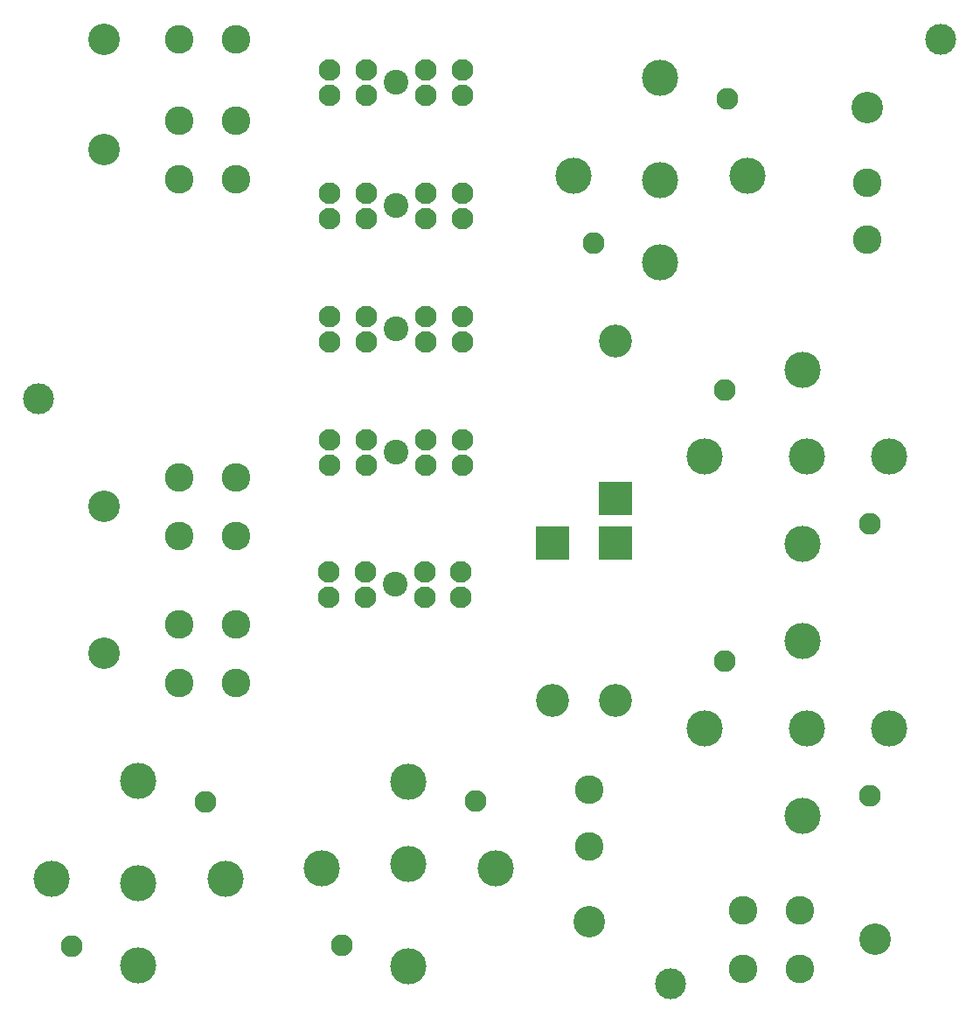
<source format=gts>
%TF.GenerationSoftware,KiCad,Pcbnew,(6.0.5-0)*%
%TF.CreationDate,2022-06-03T22:28:26+01:00*%
%TF.ProjectId,12v-front-pcb,3132762d-6672-46f6-9e74-2d7063622e6b,rev?*%
%TF.SameCoordinates,Original*%
%TF.FileFunction,Soldermask,Top*%
%TF.FilePolarity,Negative*%
%FSLAX46Y46*%
G04 Gerber Fmt 4.6, Leading zero omitted, Abs format (unit mm)*
G04 Created by KiCad (PCBNEW (6.0.5-0)) date 2022-06-03 22:28:26*
%MOMM*%
%LPD*%
G01*
G04 APERTURE LIST*
%ADD10C,3.050000*%
%ADD11C,2.775000*%
%ADD12C,2.110000*%
%ADD13C,3.510000*%
%ADD14C,2.400000*%
%ADD15C,2.100000*%
%ADD16R,3.200000X3.200000*%
%ADD17O,3.200000X3.200000*%
%ADD18C,3.000000*%
G04 APERTURE END LIST*
D10*
X207518000Y-181424000D03*
D11*
X207518000Y-168624000D03*
X207518000Y-174124000D03*
D10*
X160460000Y-155448000D03*
D11*
X173260000Y-152598000D03*
X173260000Y-158298000D03*
X167760000Y-152598000D03*
X167760000Y-158298000D03*
D10*
X234442000Y-102548000D03*
D11*
X234442000Y-115348000D03*
X234442000Y-109848000D03*
D10*
X160460000Y-106680000D03*
D11*
X173260000Y-103830000D03*
X173260000Y-109530000D03*
X167760000Y-103830000D03*
X167760000Y-109530000D03*
D10*
X160460000Y-141224000D03*
D11*
X173260000Y-138374000D03*
X173260000Y-144074000D03*
X167760000Y-138374000D03*
X167760000Y-144074000D03*
D10*
X235204000Y-183134000D03*
D11*
X222404000Y-185984000D03*
X222404000Y-180284000D03*
X227904000Y-185984000D03*
X227904000Y-180284000D03*
D10*
X160460000Y-96012000D03*
D11*
X173260000Y-96012000D03*
X167760000Y-96012000D03*
D12*
X220639000Y-129898000D03*
X234629000Y-142898000D03*
D13*
X236539000Y-136398000D03*
X228539000Y-136398000D03*
X218629000Y-136398000D03*
X228129000Y-144848000D03*
X228129000Y-127948000D03*
X172280000Y-177264000D03*
X155380000Y-177264000D03*
X163830000Y-167764000D03*
X163830000Y-177674000D03*
X163830000Y-185674000D03*
D12*
X157330000Y-183764000D03*
X170330000Y-169774000D03*
D14*
X188772000Y-124035000D03*
D15*
X182372000Y-125285000D03*
X185872000Y-125285000D03*
X191672000Y-125285000D03*
X195172000Y-125285000D03*
X195172000Y-122785000D03*
X191672000Y-122785000D03*
X185872000Y-122785000D03*
X182372000Y-122785000D03*
D13*
X228129000Y-154259000D03*
X228129000Y-171159000D03*
X218629000Y-162709000D03*
X228539000Y-162709000D03*
X236539000Y-162709000D03*
D12*
X234629000Y-169209000D03*
X220639000Y-156209000D03*
D14*
X188772000Y-112097000D03*
D15*
X182372000Y-113347000D03*
X185872000Y-113347000D03*
X191672000Y-113347000D03*
X195172000Y-113347000D03*
X195172000Y-110847000D03*
X191672000Y-110847000D03*
X185872000Y-110847000D03*
X182372000Y-110847000D03*
D12*
X220876000Y-101702000D03*
X207876000Y-115692000D03*
D13*
X214376000Y-117602000D03*
X214376000Y-109602000D03*
X214376000Y-99692000D03*
X205926000Y-109192000D03*
X222826000Y-109192000D03*
D14*
X188772000Y-100159000D03*
D15*
X182372000Y-101409000D03*
X185872000Y-101409000D03*
X191672000Y-101409000D03*
X195172000Y-101409000D03*
X195172000Y-98909000D03*
X191672000Y-98909000D03*
X185872000Y-98909000D03*
X182372000Y-98909000D03*
D14*
X188672000Y-148761000D03*
D15*
X195072000Y-147511000D03*
X191572000Y-147511000D03*
X185772000Y-147511000D03*
X182272000Y-147511000D03*
X182272000Y-150011000D03*
X185772000Y-150011000D03*
X191572000Y-150011000D03*
X195072000Y-150011000D03*
D12*
X183492000Y-183729000D03*
X196492000Y-169739000D03*
D13*
X189992000Y-167829000D03*
X189992000Y-175829000D03*
X189992000Y-185739000D03*
X198442000Y-176239000D03*
X181542000Y-176239000D03*
D16*
X203962000Y-144780000D03*
D17*
X203962000Y-160020000D03*
D16*
X210058000Y-144780000D03*
D17*
X210058000Y-160020000D03*
D16*
X210058000Y-140462000D03*
D17*
X210058000Y-125222000D03*
D14*
X188772000Y-135973000D03*
D15*
X182372000Y-137223000D03*
X185872000Y-137223000D03*
X191672000Y-137223000D03*
X195172000Y-137223000D03*
X195172000Y-134723000D03*
X191672000Y-134723000D03*
X185872000Y-134723000D03*
X182372000Y-134723000D03*
D18*
X241554000Y-96012000D03*
X215392000Y-187452000D03*
X154178000Y-130810000D03*
M02*

</source>
